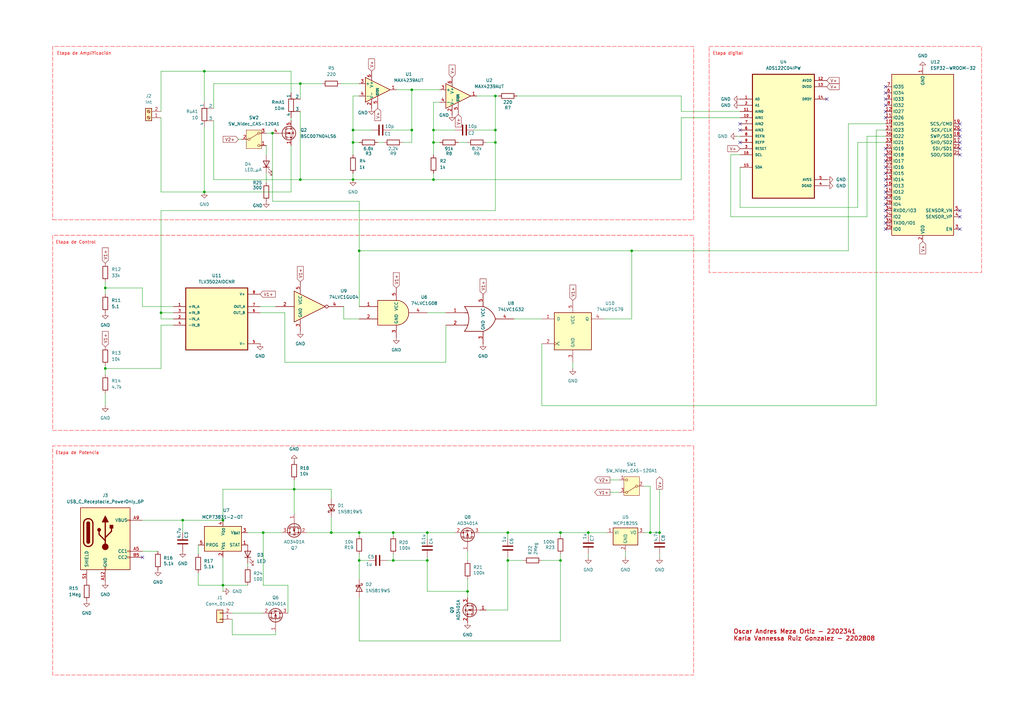
<source format=kicad_sch>
(kicad_sch (version 20250114) (generator "eeschema") (generator_version "9.0")
  (paper "A3")
  (title_block (title "Medidor de Corriente "))
  (lib_symbols
    (symbol "74xGxx:74AUP1G79" (pin_names (offset 1.016))
      (property "Reference" "U" (at -2.54 5.08 0))
      (property "Value" "74AUP1G79" (at 0 -5.08 0))
      (symbol "74AUP1G79_1_1"
        (pin input line (at -12.7 5.08 0) (length 5.08) (name "D") (number "1"))
        (pin input clock (at -12.7 -5.08 0) (length 5.08) (name "C") (number "2"))
        (pin power_in line (at 0 12.7 270) (length 5.08) (name "VCC") (number "5"))
        (pin power_in line (at 0 -12.7 90) (length 5.08) (name "GND") (number "3"))
        (pin output line (at 12.7 5.08 180) (length 5.08) (name "Q") (number "4"))
      )
    )
    (symbol "74xGxx:74LVC1G08"
      (property "Reference" "U" (at -5.08 7.62 0))
      (property "Value" "74LVC1G08" (at 7.62 -7.62 0))
      (symbol "74LVC1G08_1_1"
        (pin input line (at -15.24 2.54 0) (length 7.62) (name "~") (number "1"))
        (pin input line (at -15.24 -2.54 0) (length 7.62) (name "~") (number "2"))
        (pin power_in line (at 0 10.16 270) (length 5.08) (name "VCC") (number "5"))
        (pin power_in line (at 0 -10.16 90) (length 5.08) (name "GND") (number "3"))
        (pin output line (at 12.7 0 180) (length 7.62) (name "~") (number "4"))
      )
    )
    (symbol "74xGxx:74LVC1G32"
      (property "Reference" "U" (at -5.08 7.62 0))
      (property "Value" "74LVC1G32" (at 7.62 -7.62 0))
      (symbol "74LVC1G32_1_1"
        (pin input line (at -15.24 2.54 0) (length 7.62) (name "~") (number "1"))
        (pin input line (at -15.24 -2.54 0) (length 7.62) (name "~") (number "2"))
        (pin power_in line (at 0 10.16 270) (length 5.08) (name "VCC") (number "5"))
        (pin power_in line (at 0 -10.16 90) (length 5.08) (name "GND") (number "3"))
        (pin output line (at 12.7 0 180) (length 7.62) (name "~") (number "4"))
      )
    )
    (symbol "74xGxx:74LVC1GU04"
      (property "Reference" "U" (at -2.54 3.81 0))
      (property "Value" "74LVC1GU04" (at 0 -3.81 0))
      (symbol "74LVC1GU04_1_1"
        (pin input line (at -15.24 0 0) (length 7.62) (name "~") (number "2"))
        (pin power_in line (at -5.08 10.16 270) (length 5.08) (name "VCC") (number "5"))
        (pin power_in line (at -5.08 -10.16 90) (length 5.08) (name "GND") (number "3"))
        (pin output inverted (at 12.7 0 180) (length 7.62) (name "~") (number "4"))
      )
    )
    (symbol "ADS122C04IPW:ADS122C04IPW" (pin_names (offset 1.016))
      (property "Reference" "U" (at -12.7 26.4 0))
      (property "Value" "ADS122C04IPW" (at -12.7 -29.4 0))
      (symbol "ADS122C04IPW_0_0"
        (pin input line (at -17.78 15.24 0) (length 5.08) (name "A0") (number "1"))
        (pin input line (at -17.78 12.7 0) (length 5.08) (name "A1") (number "2"))
        (pin input line (at -17.78 10.16 0) (length 5.08) (name "AIN0") (number "11"))
        (pin input line (at -17.78 7.62 0) (length 5.08) (name "AIN1") (number "10"))
        (pin input line (at -17.78 5.08 0) (length 5.08) (name "AIN2") (number "7"))
        (pin input line (at -17.78 2.54 0) (length 5.08) (name "AIN3") (number "6"))
        (pin input line (at -17.78 0 0) (length 5.08) (name "REFN") (number "8"))
        (pin input line (at -17.78 -2.54 0) (length 5.08) (name "REFP") (number "9"))
        (pin input line (at -17.78 -5.08 0) (length 5.08) (name "RESET") (number "3"))
        (pin input line (at -17.78 -7.62 0) (length 5.08) (name "SCL") (number "16"))
        (pin bidirectional line (at -17.78 -12.7 0) (length 5.08) (name "SDA") (number "15"))
        (pin power_in line (at 17.78 22.86 180) (length 5.08) (name "AVDD") (number "12"))
        (pin power_in line (at 17.78 20.32 180) (length 5.08) (name "DVDD") (number "13"))
        (pin output line (at 17.78 15.24 180) (length 5.08) (name "DRDY") (number "14"))
        (pin power_in line (at 17.78 -17.78 180) (length 5.08) (name "AVSS") (number "5"))
        (pin power_in line (at 17.78 -20.32 180) (length 5.08) (name "DGND") (number "4"))
      )
    )
    (symbol "Amplifier_Operational:MAX4239AUT" (pin_names (offset 0.127))
      (property "Reference" "U" (at 0 6.35 0))
      (property "Value" "MAX4239AUT" (at 0 3.81 0))
      (symbol "MAX4239AUT_1_1"
        (pin input line (at -7.62 2.54 0) (length 2.54) (name "+") (number "3"))
        (pin input line (at -7.62 -2.54 0) (length 2.54) (name "-") (number "4"))
        (pin power_in line (at -2.54 7.62 270) (length 3.81) (name "V+") (number "6"))
        (pin power_in line (at -2.54 -7.62 90) (length 3.81) (name "V-") (number "2"))
        (pin input line (at 0 -7.62 90) (length 5.08) (name "~{SHDN}") (number "5"))
        (pin output line (at 7.62 0 180) (length 2.54) (name "~") (number "1"))
      )
    )
    (symbol "Battery_Management:MCP73831-2-OT"
      (property "Reference" "U" (at -7.62 6.35 0))
      (property "Value" "MCP73831-2-OT" (at 1.27 6.35 0))
      (symbol "MCP73831-2-OT_1_1"
        (pin input line (at -10.16 -2.54 0) (length 2.54) (name "PROG") (number "5"))
        (pin power_in line (at 0 7.62 270) (length 2.54) (name "V_{DD}") (number "4"))
        (pin power_in line (at 0 -7.62 90) (length 2.54) (name "V_{SS}") (number "2"))
        (pin power_out line (at 10.16 2.54 180) (length 2.54) (name "V_{BAT}") (number "3"))
        (pin tri_state line (at 10.16 -2.54 180) (length 2.54) (name "STAT") (number "1"))
      )
    )
    (symbol "Connector:Screw_Terminal_01x02" (pin_names (offset 1.016) (hide yes))
      (property "Reference" "J" (at 0 2.54 0))
      (property "Value" "Screw_Terminal_01x02" (at 0 -5.08 0))
      (symbol "Screw_Terminal_01x02_1_1"
        (pin passive line (at -5.08 0 0) (length 3.81) (name "Pin_1") (number "1"))
        (pin passive line (at -5.08 -2.54 0) (length 3.81) (name "Pin_2") (number "2"))
      )
    )
    (symbol "Connector:USB_C_Receptacle_PowerOnly_6P" (pin_names (offset 1.016))
      (property "Reference" "J" (at 0 16.51 0))
      (property "Value" "USB_C_Receptacle_PowerOnly_6P" (at 0 13.97 0))
      (symbol "USB_C_Receptacle_PowerOnly_6P_1_1"
        (pin passive line (at -7.62 -17.78 90) (length 5.08) (name "SHIELD") (number "S1"))
        (pin passive line (at 0 -17.78 90) (length 5.08) (name "GND") (number "A12"))
        (pin passive line (at 0 -17.78 90) (length 5.08) (hide yes) (name "GND") (number "B12"))
        (pin passive line (at 15.24 7.62 180) (length 5.08) (name "VBUS") (number "A9"))
        (pin passive line (at 15.24 7.62 180) (length 5.08) (hide yes) (name "VBUS") (number "B9"))
        (pin bidirectional line (at 15.24 -5.08 180) (length 5.08) (name "CC1") (number "A5"))
        (pin bidirectional line (at 15.24 -7.62 180) (length 5.08) (name "CC2") (number "B5"))
      )
    )
    (symbol "Connector_Generic:Conn_01x02" (pin_names (offset 1.016) (hide yes))
      (property "Reference" "J" (at 0 2.54 0))
      (property "Value" "Conn_01x02" (at 0 -5.08 0))
      (symbol "Conn_01x02_1_1"
        (pin passive line (at -5.08 0 0) (length 3.81) (name "Pin_1") (number "1"))
        (pin passive line (at -5.08 -2.54 0) (length 3.81) (name "Pin_2") (number "2"))
      )
    )
    (symbol "Device:C" (pin_numbers (hide yes)) (pin_names (offset 0.254))
      (property "Reference" "C" (at 0.635 2.54 0))
      (property "Value" "C" (at 0.635 -2.54 0))
      (symbol "C_1_1"
        (pin passive line (at 0 3.81 270) (length 2.794) (name "~") (number "1"))
        (pin passive line (at 0 -3.81 90) (length 2.794) (name "~") (number "2"))
      )
    )
    (symbol "Device:LED" (pin_numbers (hide yes)) (pin_names (offset 1.016) (hide yes))
      (property "Reference" "D" (at 0 2.54 0))
      (property "Value" "LED" (at 0 -2.54 0))
      (symbol "LED_1_1"
        (pin passive line (at -3.81 0 0) (length 2.54) (name "K") (number "1"))
        (pin passive line (at 3.81 0 180) (length 2.54) (name "A") (number "2"))
      )
    )
    (symbol "Device:R" (pin_numbers (hide yes)) (pin_names (offset 0))
      (property "Reference" "R" (at 2.032 0 90))
      (property "Value" "R" (at 0 0 90))
      (symbol "R_1_1"
        (pin passive line (at 0 3.81 270) (length 1.27) (name "~") (number "1"))
        (pin passive line (at 0 -3.81 90) (length 1.27) (name "~") (number "2"))
      )
    )
    (symbol "Device:R_Shunt" (pin_numbers (hide yes)) (pin_names (offset 0))
      (property "Reference" "R" (at -4.445 0 90))
      (property "Value" "R_Shunt" (at -2.54 0 90))
      (symbol "R_Shunt_1_1"
        (pin passive line (at 0 5.08 270) (length 2.54) (name "1") (number "1"))
        (pin passive line (at 0 -5.08 90) (length 2.54) (name "4") (number "4"))
        (pin passive line (at 3.81 2.54 180) (length 2.54) (name "2") (number "2"))
        (pin passive line (at 3.81 -2.54 180) (length 2.54) (name "3") (number "3"))
      )
    )
    (symbol "Diode:1N5819WS" (pin_numbers (hide yes)) (pin_names (offset 1.016) (hide yes))
      (property "Reference" "D" (at 0 2.54 0))
      (property "Value" "1N5819WS" (at 0 -2.54 0))
      (symbol "1N5819WS_1_1"
        (pin passive line (at -3.81 0 0) (length 2.54) (name "K") (number "1"))
        (pin passive line (at 3.81 0 180) (length 2.54) (name "A") (number "2"))
      )
    )
    (symbol "RF_Module:ESP32-WROOM-32"
      (property "Reference" "U" (at -12.7 34.29 0))
      (property "Value" "ESP32-WROOM-32" (at 1.27 34.29 0))
      (symbol "ESP32-WROOM-32_1_1"
        (pin input line (at -15.24 30.48 0) (length 2.54) (name "EN") (number "3"))
        (pin input line (at -15.24 25.4 0) (length 2.54) (name "SENSOR_VP") (number "4"))
        (pin input line (at -15.24 22.86 0) (length 2.54) (name "SENSOR_VN") (number "5"))
        (pin bidirectional line (at -15.24 0 0) (length 2.54) (name "SDO/SD0") (number "21"))
        (pin bidirectional line (at -15.24 -2.54 0) (length 2.54) (name "SDI/SD1") (number "22"))
        (pin bidirectional line (at -15.24 -5.08 0) (length 2.54) (name "SHD/SD2") (number "17"))
        (pin bidirectional line (at -15.24 -7.62 0) (length 2.54) (name "SWP/SD3") (number "18"))
        (pin bidirectional line (at -15.24 -10.16 0) (length 2.54) (name "SCK/CLK") (number "20"))
        (pin bidirectional line (at -15.24 -12.7 0) (length 2.54) (name "SCS/CMD") (number "19"))
        (pin no_connect line (at -12.7 -27.94 0) (length 2.54) (hide yes) (name "NC") (number "32"))
        (pin power_in line (at 0 35.56 270) (length 2.54) (name "VDD") (number "2"))
        (pin power_in line (at 0 -35.56 90) (length 2.54) (name "GND") (number "1"))
        (pin passive line (at 0 -35.56 90) (length 2.54) (hide yes) (name "GND") (number "15"))
        (pin passive line (at 0 -35.56 90) (length 2.54) (hide yes) (name "GND") (number "38"))
        (pin passive line (at 0 -35.56 90) (length 2.54) (hide yes) (name "GND") (number "39"))
        (pin bidirectional line (at 15.24 30.48 180) (length 2.54) (name "IO0") (number "25"))
        (pin bidirectional line (at 15.24 27.94 180) (length 2.54) (name "TXD0/IO1") (number "35"))
        (pin bidirectional line (at 15.24 25.4 180) (length 2.54) (name "IO2") (number "24"))
        (pin bidirectional line (at 15.24 22.86 180) (length 2.54) (name "RXD0/IO3") (number "34"))
        (pin bidirectional line (at 15.24 20.32 180) (length 2.54) (name "IO4") (number "26"))
        (pin bidirectional line (at 15.24 17.78 180) (length 2.54) (name "IO5") (number "29"))
        (pin bidirectional line (at 15.24 15.24 180) (length 2.54) (name "IO12") (number "14"))
        (pin bidirectional line (at 15.24 12.7 180) (length 2.54) (name "IO13") (number "16"))
        (pin bidirectional line (at 15.24 10.16 180) (length 2.54) (name "IO14") (number "13"))
        (pin bidirectional line (at 15.24 7.62 180) (length 2.54) (name "IO15") (number "23"))
        (pin bidirectional line (at 15.24 5.08 180) (length 2.54) (name "IO16") (number "27"))
        (pin bidirectional line (at 15.24 2.54 180) (length 2.54) (name "IO17") (number "28"))
        (pin bidirectional line (at 15.24 0 180) (length 2.54) (name "IO18") (number "30"))
        (pin bidirectional line (at 15.24 -2.54 180) (length 2.54) (name "IO19") (number "31"))
        (pin bidirectional line (at 15.24 -5.08 180) (length 2.54) (name "IO21") (number "33"))
        (pin bidirectional line (at 15.24 -7.62 180) (length 2.54) (name "IO22") (number "36"))
        (pin bidirectional line (at 15.24 -10.16 180) (length 2.54) (name "IO23") (number "37"))
        (pin bidirectional line (at 15.24 -12.7 180) (length 2.54) (name "IO25") (number "10"))
        (pin bidirectional line (at 15.24 -15.24 180) (length 2.54) (name "IO26") (number "11"))
        (pin bidirectional line (at 15.24 -17.78 180) (length 2.54) (name "IO27") (number "12"))
        (pin bidirectional line (at 15.24 -20.32 180) (length 2.54) (name "IO32") (number "8"))
        (pin bidirectional line (at 15.24 -22.86 180) (length 2.54) (name "IO33") (number "9"))
        (pin input line (at 15.24 -25.4 180) (length 2.54) (name "IO34") (number "6"))
        (pin input line (at 15.24 -27.94 180) (length 2.54) (name "IO35") (number "7"))
      )
    )
    (symbol "Regulator_Linear:MCP1825S"
      (property "Reference" "U" (at -3.81 3.175 0))
      (property "Value" "MCP1825S" (at 0 3.175 0))
      (symbol "MCP1825S_1_1"
        (pin power_in line (at -7.62 0 0) (length 2.54) (name "VI") (number "1"))
        (pin power_in line (at 0 -7.62 90) (length 2.54) (name "GND") (number "2"))
        (pin power_out line (at 7.62 0 180) (length 2.54) (name "VO") (number "3"))
      )
    )
    (symbol "Switch:SW_Nidec_CAS-120A1" (pin_names (offset 1) (hide yes))
      (property "Reference" "SW" (at 0 4.318 0))
      (property "Value" "SW_Nidec_CAS-120A1" (at 0 -5.08 0))
      (symbol "SW_Nidec_CAS-120A1_1_1"
        (pin passive line (at -5.08 0 0) (length 2.54) (name "B") (number "2"))
        (pin passive line (at 5.08 2.54 180) (length 2.54) (name "A") (number "3"))
        (pin passive line (at 5.08 -2.54 180) (length 2.54) (name "C") (number "1"))
      )
    )
    (symbol "TLV3502AIDCNR:TLV3502AIDCNR" (pin_names (offset 1.016))
      (property "Reference" "U" (at -12.7 13.7 0))
      (property "Value" "TLV3502AIDCNR" (at -12.7 -16.7 0))
      (symbol "TLV3502AIDCNR_0_0"
        (pin input line (at -17.78 5.08 0) (length 5.08) (name "+IN_A") (number "1"))
        (pin input line (at -17.78 2.54 0) (length 5.08) (name "+IN_B") (number "3"))
        (pin input line (at -17.78 0 0) (length 5.08) (name "-IN_A") (number "2"))
        (pin input line (at -17.78 -2.54 0) (length 5.08) (name "-IN_B") (number "4"))
        (pin power_in line (at 17.78 10.16 180) (length 5.08) (name "V+") (number "8"))
        (pin output line (at 17.78 5.08 180) (length 5.08) (name "OUT_A") (number "7"))
        (pin output line (at 17.78 2.54 180) (length 5.08) (name "OUT_B") (number "6"))
        (pin power_in line (at 17.78 -10.16 180) (length 5.08) (name "V-") (number "5"))
      )
    )
    (symbol "Transistor_FET:AO3401A" (pin_names (hide yes))
      (property "Reference" "Q" (at 5.08 1.905 0))
      (property "Value" "AO3401A" (at 5.08 0 0))
      (symbol "AO3401A_1_1"
        (pin input line (at -5.08 0 0) (length 2.54) (name "G") (number "1"))
        (pin passive line (at 2.54 5.08 270) (length 2.54) (name "D") (number "3"))
        (pin passive line (at 2.54 -5.08 90) (length 2.54) (name "S") (number "2"))
      )
    )
    (symbol "Transistor_FET:BSC026N08NS5" (pin_names (hide yes))
      (property "Reference" "Q" (at 5.08 1.905 0))
      (property "Value" "BSC026N08NS5" (at 5.08 0 0))
      (symbol "BSC026N08NS5_1_1"
        (pin passive line (at -5.08 0 0) (length 2.54) (name "G") (number "4"))
        (pin passive line (at 2.54 5.08 270) (length 2.54) (name "D") (number "5"))
        (pin passive line (at 2.54 -5.08 90) (length 2.54) (name "S") (number "1"))
        (pin passive line (at 2.54 -5.08 90) (length 2.54) (hide yes) (name "S") (number "2"))
        (pin passive line (at 2.54 -5.08 90) (length 2.54) (hide yes) (name "S") (number "3"))
      )
    )
    (symbol "power:GND" (power) (pin_numbers (hide yes)) (pin_names (offset 0) (hide yes))
      (property "Value" "GND" (at 0 -3.81 0))
      (symbol "GND_1_1"
        (pin power_in line (at 0 0 270) (length 0) (name "~") (number "1"))
      )
    )
  )
  (text "Oscar Andres Meza Ortiz - 2202341\nKarla Vannessa Ruiz Gonzalez - 2202808" (at 300.736 260.604 0) (effects (font (size 1.778 1.778) (thickness 0.3048) (bold yes)) (justify left)))
  (junction (at 161.29 218.44))
  (junction (at 144.78 73.66))
  (junction (at 175.26 218.44))
  (junction (at 203.2 39.37))
  (junction (at 177.8 58.42))
  (junction (at 175.26 229.87))
  (junction (at 161.29 229.87))
  (junction (at 135.89 218.44))
  (junction (at 74.93 213.36))
  (junction (at 203.2 58.42))
  (junction (at 123.19 73.66))
  (junction (at 147.32 229.87))
  (junction (at 66.04 128.27))
  (junction (at 147.32 218.44))
  (junction (at 91.44 240.03))
  (junction (at 147.32 102.87))
  (junction (at 168.91 36.83))
  (junction (at 144.78 53.34))
  (junction (at 177.8 73.66))
  (junction (at 229.87 218.44))
  (junction (at 107.95 218.44))
  (junction (at 241.3 218.44))
  (junction (at 83.82 29.21))
  (junction (at 43.18 118.11))
  (junction (at 203.2 53.34))
  (junction (at 111.76 54.61))
  (junction (at 144.78 58.42))
  (junction (at 43.18 151.13))
  (junction (at 259.08 102.87))
  (junction (at 270.51 218.44))
  (junction (at 229.87 229.87))
  (junction (at 91.44 213.36))
  (junction (at 208.28 218.44))
  (junction (at 123.19 34.29))
  (junction (at 177.8 53.34))
  (junction (at 120.65 200.66))
  (junction (at 83.82 78.74))
  (junction (at 168.91 53.34))
  (junction (at 191.77 242.57))
  (junction (at 266.7 218.44))
  (junction (at 208.28 229.87))
  (no_connect (at 363.22 40.64))
  (no_connect (at 363.22 91.44))
  (no_connect (at 393.7 93.98))
  (no_connect (at 393.7 53.34))
  (no_connect (at 393.7 60.96))
  (no_connect (at 393.7 63.5))
  (no_connect (at 363.22 81.28))
  (no_connect (at 393.7 58.42))
  (no_connect (at 363.22 78.74))
  (no_connect (at 393.7 88.9))
  (no_connect (at 363.22 45.72))
  (no_connect (at 393.7 50.8))
  (no_connect (at 363.22 83.82))
  (no_connect (at 363.22 88.9))
  (no_connect (at 363.22 38.1))
  (no_connect (at 363.22 86.36))
  (no_connect (at 363.22 66.04))
  (no_connect (at 303.53 58.42))
  (no_connect (at 393.7 86.36))
  (no_connect (at 303.53 53.34))
  (no_connect (at 393.7 55.88))
  (no_connect (at 363.22 43.18))
  (no_connect (at 363.22 68.58))
  (no_connect (at 363.22 60.96))
  (no_connect (at 363.22 35.56))
  (no_connect (at 339.09 40.64))
  (no_connect (at 363.22 63.5))
  (no_connect (at 363.22 76.2))
  (no_connect (at 363.22 93.98))
  (no_connect (at 58.42 228.6))
  (no_connect (at 363.22 48.26))
  (no_connect (at 303.53 50.8))
  (no_connect (at 363.22 73.66))
  (no_connect (at 363.22 71.12))
  (wire (pts (xy 259.08 102.87) (xy 259.08 130.81)))
  (wire (pts (xy 87.63 44.45) (xy 87.63 34.29)))
  (wire (pts (xy 270.51 228.6) (xy 270.51 227.33)))
  (wire (pts (xy 91.44 200.66) (xy 91.44 213.36)))
  (wire (pts (xy 147.32 227.33) (xy 147.32 229.87)))
  (wire (pts (xy 351.79 58.42) (xy 363.22 58.42)))
  (wire (pts (xy 91.44 200.66) (xy 120.65 200.66)))
  (wire (pts (xy 264.16 199.39) (xy 266.7 199.39)))
  (wire (pts (xy 113.03 260.35) (xy 113.03 259.08)))
  (wire (pts (xy 210.82 130.81) (xy 222.25 130.81)))
  (wire (pts (xy 199.39 58.42) (xy 203.2 58.42)))
  (wire (pts (xy 161.29 218.44) (xy 175.26 218.44)))
  (wire (pts (xy 222.25 140.97) (xy 222.25 166.37)))
  (wire (pts (xy 66.04 151.13) (xy 43.18 151.13)))
  (wire (pts (xy 66.04 29.21) (xy 83.82 29.21)))
  (wire (pts (xy 254 201.93) (xy 250.19 201.93)))
  (wire (pts (xy 175.26 229.87) (xy 175.26 228.6)))
  (wire (pts (xy 203.2 58.42) (xy 203.2 86.36)))
  (wire (pts (xy 66.04 48.26) (xy 66.04 78.74)))
  (wire (pts (xy 250.19 196.85) (xy 254 196.85)))
  (wire (pts (xy 118.11 240.03) (xy 107.95 240.03)))
  (wire (pts (xy 87.63 49.53) (xy 87.63 73.66)))
  (wire (pts (xy 355.6 55.88) (xy 363.22 55.88)))
  (wire (pts (xy 234.95 148.59) (xy 234.95 151.13)))
  (wire (pts (xy 158.75 229.87) (xy 161.29 229.87)))
  (wire (pts (xy 109.22 71.12) (xy 109.22 74.93)))
  (wire (pts (xy 208.28 250.19) (xy 208.28 229.87)))
  (wire (pts (xy 194.31 53.34) (xy 203.2 53.34)))
  (wire (pts (xy 91.44 228.6) (xy 91.44 240.03)))
  (wire (pts (xy 101.6 231.14) (xy 101.6 232.41)))
  (wire (pts (xy 95.25 251.46) (xy 107.95 251.46)))
  (wire (pts (xy 302.26 55.88) (xy 303.53 55.88)))
  (wire (pts (xy 135.89 218.44) (xy 135.89 212.09)))
  (wire (pts (xy 135.89 218.44) (xy 147.32 218.44)))
  (wire (pts (xy 241.3 227.33) (xy 241.3 228.6)))
  (wire (pts (xy 87.63 73.66) (xy 123.19 73.66)))
  (wire (pts (xy 177.8 53.34) (xy 177.8 58.42)))
  (wire (pts (xy 111.76 82.55) (xy 147.32 82.55)))
  (wire (pts (xy 43.18 149.86) (xy 43.18 151.13)))
  (wire (pts (xy 299.72 88.9) (xy 355.6 88.9)))
  (wire (pts (xy 229.87 229.87) (xy 229.87 262.89)))
  (wire (pts (xy 119.38 29.21) (xy 119.38 38.1)))
  (wire (pts (xy 161.29 219.71) (xy 161.29 218.44)))
  (wire (pts (xy 43.18 118.11) (xy 43.18 120.65)))
  (wire (pts (xy 81.28 234.95) (xy 81.28 240.03)))
  (wire (pts (xy 147.32 219.71) (xy 147.32 218.44)))
  (wire (pts (xy 66.04 86.36) (xy 203.2 86.36)))
  (wire (pts (xy 83.82 29.21) (xy 83.82 41.91)))
  (wire (pts (xy 279.4 39.37) (xy 212.09 39.37)))
  (wire (pts (xy 351.79 85.09) (xy 351.79 58.42)))
  (wire (pts (xy 147.32 245.11) (xy 147.32 262.89)))
  (wire (pts (xy 91.44 240.03) (xy 101.6 240.03)))
  (wire (pts (xy 175.26 128.27) (xy 182.88 128.27)))
  (wire (pts (xy 229.87 219.71) (xy 229.87 218.44)))
  (wire (pts (xy 116.84 128.27) (xy 116.84 148.59)))
  (wire (pts (xy 144.78 58.42) (xy 147.32 58.42)))
  (wire (pts (xy 109.22 59.69) (xy 109.22 63.5)))
  (wire (pts (xy 175.26 229.87) (xy 175.26 242.57)))
  (wire (pts (xy 91.44 242.57) (xy 91.44 240.03)))
  (wire (pts (xy 140.97 130.81) (xy 147.32 130.81)))
  (wire (pts (xy 229.87 227.33) (xy 229.87 229.87)))
  (wire (pts (xy 99.06 57.15) (xy 97.79 57.15)))
  (wire (pts (xy 359.41 53.34) (xy 363.22 53.34)))
  (wire (pts (xy 116.84 148.59) (xy 182.88 148.59)))
  (wire (pts (xy 144.78 73.66) (xy 177.8 73.66)))
  (wire (pts (xy 147.32 102.87) (xy 147.32 125.73)))
  (wire (pts (xy 203.2 53.34) (xy 203.2 58.42)))
  (wire (pts (xy 109.22 54.61) (xy 111.76 54.61)))
  (wire (pts (xy 195.58 39.37) (xy 203.2 39.37)))
  (wire (pts (xy 161.29 227.33) (xy 161.29 229.87)))
  (wire (pts (xy 95.25 254) (xy 95.25 260.35)))
  (wire (pts (xy 196.85 218.44) (xy 208.28 218.44)))
  (wire (pts (xy 168.91 36.83) (xy 180.34 36.83)))
  (wire (pts (xy 43.18 118.11) (xy 58.42 118.11)))
  (wire (pts (xy 139.7 34.29) (xy 147.32 34.29)))
  (wire (pts (xy 347.98 50.8) (xy 363.22 50.8)))
  (wire (pts (xy 107.95 218.44) (xy 115.57 218.44)))
  (wire (pts (xy 160.02 53.34) (xy 168.91 53.34)))
  (wire (pts (xy 144.78 53.34) (xy 152.4 53.34)))
  (wire (pts (xy 74.93 213.36) (xy 91.44 213.36)))
  (wire (pts (xy 191.77 242.57) (xy 191.77 245.11)))
  (wire (pts (xy 119.38 48.26) (xy 119.38 49.53)))
  (wire (pts (xy 120.65 196.85) (xy 120.65 200.66)))
  (wire (pts (xy 187.96 58.42) (xy 191.77 58.42)))
  (wire (pts (xy 241.3 218.44) (xy 248.92 218.44)))
  (wire (pts (xy 203.2 39.37) (xy 203.2 53.34)))
  (wire (pts (xy 81.28 240.03) (xy 91.44 240.03)))
  (wire (pts (xy 43.18 115.57) (xy 43.18 118.11)))
  (wire (pts (xy 355.6 88.9) (xy 355.6 55.88)))
  (wire (pts (xy 66.04 86.36) (xy 66.04 128.27)))
  (wire (pts (xy 347.98 102.87) (xy 347.98 50.8)))
  (wire (pts (xy 168.91 36.83) (xy 168.91 53.34)))
  (wire (pts (xy 66.04 78.74) (xy 83.82 78.74)))
  (wire (pts (xy 87.63 34.29) (xy 123.19 34.29)))
  (wire (pts (xy 303.53 68.58) (xy 303.53 85.09)))
  (wire (pts (xy 208.28 218.44) (xy 229.87 218.44)))
  (wire (pts (xy 162.56 36.83) (xy 168.91 36.83)))
  (wire (pts (xy 147.32 39.37) (xy 144.78 39.37)))
  (wire (pts (xy 299.72 63.5) (xy 299.72 88.9)))
  (wire (pts (xy 266.7 199.39) (xy 266.7 218.44)))
  (wire (pts (xy 177.8 71.12) (xy 177.8 73.66)))
  (wire (pts (xy 123.19 34.29) (xy 123.19 40.64)))
  (wire (pts (xy 147.32 229.87) (xy 147.32 237.49)))
  (wire (pts (xy 175.26 242.57) (xy 191.77 242.57)))
  (wire (pts (xy 259.08 102.87) (xy 347.98 102.87)))
  (wire (pts (xy 154.94 58.42) (xy 157.48 58.42)))
  (wire (pts (xy 83.82 78.74) (xy 119.38 78.74)))
  (wire (pts (xy 123.19 34.29) (xy 132.08 34.29)))
  (wire (pts (xy 58.42 213.36) (xy 74.93 213.36)))
  (wire (pts (xy 58.42 125.73) (xy 58.42 118.11)))
  (wire (pts (xy 191.77 237.49) (xy 191.77 242.57)))
  (wire (pts (xy 182.88 133.35) (xy 182.88 148.59)))
  (wire (pts (xy 177.8 58.42) (xy 177.8 63.5)))
  (wire (pts (xy 144.78 58.42) (xy 144.78 63.5)))
  (wire (pts (xy 359.41 166.37) (xy 359.41 53.34)))
  (wire (pts (xy 279.4 45.72) (xy 279.4 39.37)))
  (wire (pts (xy 106.68 128.27) (xy 116.84 128.27)))
  (wire (pts (xy 71.12 125.73) (xy 58.42 125.73)))
  (wire (pts (xy 66.04 128.27) (xy 71.12 128.27)))
  (wire (pts (xy 120.65 210.82) (xy 120.65 200.66)))
  (wire (pts (xy 106.68 125.73) (xy 113.03 125.73)))
  (wire (pts (xy 270.51 200.66) (xy 270.51 218.44)))
  (wire (pts (xy 177.8 41.91) (xy 177.8 53.34)))
  (wire (pts (xy 279.4 45.72) (xy 303.53 45.72)))
  (wire (pts (xy 303.53 63.5) (xy 299.72 63.5)))
  (wire (pts (xy 177.8 53.34) (xy 186.69 53.34)))
  (wire (pts (xy 119.38 59.69) (xy 119.38 78.74)))
  (wire (pts (xy 208.28 220.98) (xy 208.28 218.44)))
  (wire (pts (xy 147.32 82.55) (xy 147.32 102.87)))
  (wire (pts (xy 123.19 45.72) (xy 123.19 73.66)))
  (wire (pts (xy 222.25 229.87) (xy 229.87 229.87)))
  (wire (pts (xy 203.2 39.37) (xy 204.47 39.37)))
  (wire (pts (xy 180.34 41.91) (xy 177.8 41.91)))
  (wire (pts (xy 71.12 130.81) (xy 66.04 130.81)))
  (wire (pts (xy 81.28 227.33) (xy 81.28 223.52)))
  (wire (pts (xy 95.25 260.35) (xy 113.03 260.35)))
  (wire (pts (xy 66.04 29.21) (xy 66.04 45.72)))
  (wire (pts (xy 151.13 229.87) (xy 147.32 229.87)))
  (wire (pts (xy 264.16 218.44) (xy 266.7 218.44)))
  (wire (pts (xy 168.91 53.34) (xy 168.91 58.42)))
  (wire (pts (xy 266.7 218.44) (xy 270.51 218.44)))
  (wire (pts (xy 120.65 200.66) (xy 135.89 200.66)))
  (wire (pts (xy 199.39 250.19) (xy 208.28 250.19)))
  (wire (pts (xy 123.19 73.66) (xy 144.78 73.66)))
  (wire (pts (xy 241.3 219.71) (xy 241.3 218.44)))
  (wire (pts (xy 144.78 71.12) (xy 144.78 73.66)))
  (wire (pts (xy 83.82 52.07) (xy 83.82 78.74)))
  (wire (pts (xy 140.97 125.73) (xy 140.97 130.81)))
  (wire (pts (xy 177.8 58.42) (xy 180.34 58.42)))
  (wire (pts (xy 222.25 166.37) (xy 359.41 166.37)))
  (wire (pts (xy 161.29 229.87) (xy 175.26 229.87)))
  (wire (pts (xy 111.76 54.61) (xy 111.76 82.55)))
  (wire (pts (xy 247.65 130.81) (xy 259.08 130.81)))
  (wire (pts (xy 83.82 29.21) (xy 119.38 29.21)))
  (wire (pts (xy 270.51 219.71) (xy 270.51 218.44)))
  (wire (pts (xy 135.89 200.66) (xy 135.89 204.47)))
  (wire (pts (xy 229.87 218.44) (xy 241.3 218.44)))
  (wire (pts (xy 165.1 58.42) (xy 168.91 58.42)))
  (wire (pts (xy 229.87 262.89) (xy 147.32 262.89)))
  (wire (pts (xy 144.78 53.34) (xy 144.78 58.42)))
  (wire (pts (xy 71.12 133.35) (xy 66.04 133.35)))
  (wire (pts (xy 66.04 128.27) (xy 66.04 130.81)))
  (wire (pts (xy 147.32 102.87) (xy 259.08 102.87)))
  (wire (pts (xy 303.53 85.09) (xy 351.79 85.09)))
  (wire (pts (xy 43.18 166.37) (xy 43.18 161.29)))
  (wire (pts (xy 147.32 218.44) (xy 161.29 218.44)))
  (wire (pts (xy 107.95 240.03) (xy 107.95 218.44)))
  (wire (pts (xy 118.11 251.46) (xy 118.11 240.03)))
  (wire (pts (xy 101.6 218.44) (xy 107.95 218.44)))
  (wire (pts (xy 208.28 229.87) (xy 208.28 228.6)))
  (wire (pts (xy 43.18 151.13) (xy 43.18 153.67)))
  (wire (pts (xy 144.78 39.37) (xy 144.78 53.34)))
  (wire (pts (xy 279.4 48.26) (xy 303.53 48.26)))
  (wire (pts (xy 175.26 218.44) (xy 186.69 218.44)))
  (wire (pts (xy 125.73 218.44) (xy 135.89 218.44)))
  (wire (pts (xy 58.42 226.06) (xy 64.77 226.06)))
  (wire (pts (xy 208.28 229.87) (xy 214.63 229.87)))
  (wire (pts (xy 66.04 133.35) (xy 66.04 151.13)))
  (wire (pts (xy 191.77 226.06) (xy 191.77 229.87)))
  (wire (pts (xy 177.8 73.66) (xy 279.4 73.66)))
  (wire (pts (xy 74.93 218.44) (xy 74.93 213.36)))
  (wire (pts (xy 175.26 220.98) (xy 175.26 218.44)))
  (wire (pts (xy 279.4 73.66) (xy 279.4 48.26)))
  (wire (pts (xy 256.54 228.6) (xy 256.54 226.06)))
  (label "Etapa de Control" (at 39.37 100.33 180))
  (label "Etapa de Amplificación" (at 45.72 22.86 180))
  (label "Etapa digital" (at 304.8 22.86 180))
  (label "Etapa de Potencia" (at 40.64 186.69 180))
  (global_label "V1+" (shape input) (at 43.18 107.95 90) (property "Intersheetrefs" "${INTERSHEET_REFS}" (effects (hide yes))))
  (global_label "V+" (shape input) (at 303.53 60.96 180) (property "Intersheetrefs" "${INTERSHEET_REFS}" (effects (hide yes))))
  (global_label "V1+" (shape input) (at 198.12 120.65 90) (property "Intersheetrefs" "${INTERSHEET_REFS}" (effects (hide yes))))
  (global_label "V+" (shape input) (at 187.96 46.99 270) (property "Intersheetrefs" "${INTERSHEET_REFS}" (effects (hide yes))))
  (global_label "V1+" (shape input) (at 106.68 120.65 0) (property "Intersheetrefs" "${INTERSHEET_REFS}" (effects (hide yes))))
  (global_label "V+" (shape output) (at 270.51 200.66 90) (property "Intersheetrefs" "${INTERSHEET_REFS}" (effects (hide yes))))
  (global_label "V1+" (shape input) (at 162.56 118.11 90) (property "Intersheetrefs" "${INTERSHEET_REFS}" (effects (hide yes))))
  (global_label "V+" (shape input) (at 378.46 99.06 270) (property "Intersheetrefs" "${INTERSHEET_REFS}" (effects (hide yes))))
  (global_label "V+" (shape input) (at 339.09 35.56 0) (property "Intersheetrefs" "${INTERSHEET_REFS}" (effects (hide yes))))
  (global_label "V+" (shape input) (at 185.42 31.75 90) (property "Intersheetrefs" "${INTERSHEET_REFS}" (effects (hide yes))))
  (global_label "V2+" (shape output) (at 250.19 196.85 180) (property "Intersheetrefs" "${INTERSHEET_REFS}" (effects (hide yes))))
  (global_label "V+" (shape input) (at 154.94 44.45 270) (property "Intersheetrefs" "${INTERSHEET_REFS}" (effects (hide yes))))
  (global_label "V+" (shape input) (at 339.09 33.02 0) (property "Intersheetrefs" "${INTERSHEET_REFS}" (effects (hide yes))))
  (global_label "V1+" (shape input) (at 43.18 142.24 90) (property "Intersheetrefs" "${INTERSHEET_REFS}" (effects (hide yes))))
  (global_label "V1+" (shape output) (at 250.19 201.93 180) (property "Intersheetrefs" "${INTERSHEET_REFS}" (effects (hide yes))))
  (global_label "V1+" (shape input) (at 123.19 115.57 90) (property "Intersheetrefs" "${INTERSHEET_REFS}" (effects (hide yes))))
  (global_label "V+" (shape input) (at 152.4 29.21 90) (property "Intersheetrefs" "${INTERSHEET_REFS}" (effects (hide yes))))
  (global_label "V2+" (shape input) (at 97.79 57.15 180) (property "Intersheetrefs" "${INTERSHEET_REFS}" (effects (hide yes))))
  (global_label "V1+" (shape input) (at 234.95 123.19 90) (property "Intersheetrefs" "${INTERSHEET_REFS}" (effects (hide yes))))
  (rule_area (polyline (pts (xy 284.48 182.88) (xy 284.48 276.86) (xy 21.59 276.86) (xy 21.59 182.88)) (stroke (width 0) (type dash))))
  (rule_area (polyline (pts (xy 21.59 90.17) (xy 284.48 90.17) (xy 284.48 19.05) (xy 21.59 19.05)) (stroke (width 0) (type dash))))
  (rule_area (polyline (pts (xy 21.59 176.53) (xy 284.48 176.53) (xy 284.48 96.52) (xy 21.59 96.52)) (stroke (width 0) (type dash))))
  (rule_area (polyline (pts (xy 290.83 19.05) (xy 402.59 19.05) (xy 402.59 111.76) (xy 290.83 111.76)) (stroke (width 0) (type dash))))
  (symbol (lib_id "Device:C") (at 74.93 222.25 180) (unit 1)
    (property "Reference" "C3" (at 76.454 219.456 90))
    (property "Value" "4.7u" (at 73.406 218.694 90))
    (property "Footprint" "Capacitor_SMD:C_0201_0603Metric" (effects (hide yes)))
    (property "Description" "Unpolarized capacitor" (effects (hide yes)))
  )
  (symbol (lib_id "Device:C") (at 241.3 223.52 180) (unit 1)
    (property "Reference" "C7" (at 242.824 220.726 90))
    (property "Value" "1u" (at 239.776 219.964 90))
    (property "Footprint" "Capacitor_SMD:C_0201_0603Metric" (effects (hide yes)))
    (property "Description" "Unpolarized capacitor" (effects (hide yes)))
  )
  (symbol (lib_id "Device:R") (at 43.18 124.46 0) (unit 1)
    (property "Reference" "R11" (at 45.72 123.1899 0) (effects (justify left)))
    (property "Value" "5.1" (at 45.72 125.7299 0) (effects (justify left)))
    (property "Footprint" "Resistor_SMD:R_1206_3216Metric" (effects (hide yes)))
    (property "Description" "Resistor" (effects (hide yes)))
  )
  (symbol (lib_id "Device:R") (at 35.56 242.57 0) (unit 1)
    (property "Reference" "R15" (at 28.194 241.3 0) (effects (justify left)))
    (property "Value" "1Meg" (at 28.194 243.84 0) (effects (justify left)))
    (property "Footprint" "Resistor_SMD:R_1206_3216Metric" (effects (hide yes)))
    (property "Description" "Resistor" (effects (hide yes)))
  )
  (symbol (lib_id "Amplifier_Operational:MAX4239AUT") (at 154.94 36.83 0) (unit 1)
    (property "Reference" "U1" (at 167.64 30.4098 0))
    (property "Value" "MAX4239AUT" (at 167.64 32.9498 0))
    (property "Footprint" "Package_TO_SOT_SMD:SOT-23-6" (effects (hide yes)))
    (property "Datasheet" "http://datasheets.maximintegrated.com/en/ds/MAX4238-MAX4239.pdf" (effects (hide yes)))
    (property "Description" "Ultra-Low Offset/Drift, Low-Noise, Precision Amplifiers, SOT-23-6" (effects (hide yes)))
  )
  (symbol (lib_id "power:GND") (at 144.78 73.66 0) (unit 1)
    (property "Reference" "#PWR027" (effects (hide yes)))
    (property "Value" "GND" (at 144.78 78.74 0))
    (property "Description" "Power symbol creates a global label with name \"GND\" , ground" (effects (hide yes)))
  )
  (symbol (lib_id "Device:R") (at 161.29 223.52 0) (unit 1)
    (property "Reference" "R20" (at 163.576 222.504 0) (effects (justify left)))
    (property "Value" "100k" (at 163.576 224.79 0) (effects (justify left)))
    (property "Footprint" "Resistor_SMD:R_1206_3216Metric" (effects (hide yes)))
    (property "Description" "Resistor" (effects (hide yes)))
  )
  (symbol (lib_id "power:GND") (at 302.26 55.88 270) (unit 1)
    (property "Reference" "#PWR07" (effects (hide yes)))
    (property "Value" "GND" (at 298.45 55.8799 90) (effects (justify right)))
    (property "Description" "Power symbol creates a global label with name \"GND\" , ground" (effects (hide yes)))
  )
  (symbol (lib_id "power:GND") (at 43.18 166.37 0) (unit 1)
    (property "Reference" "#PWR06" (effects (hide yes)))
    (property "Value" "GND" (at 43.18 171.45 0))
    (property "Description" "Power symbol creates a global label with name \"GND\" , ground" (effects (hide yes)))
  )
  (symbol (lib_id "74xGxx:74LVC1G32") (at 198.12 130.81 0) (unit 1)
    (property "Reference" "U8" (at 209.55 124.3898 0))
    (property "Value" "74LVC1G32" (at 209.55 126.9298 0))
    (property "Footprint" "Package_TO_SOT_SMD:SOT-23-5" (effects (hide yes)))
    (property "Datasheet" "http://www.ti.com/lit/sg/scyt129e/scyt129e.pdf" (effects (hide yes)))
    (property "Description" "Single OR Gate, Low-Voltage CMOS" (effects (hide yes)))
  )
  (symbol (lib_id "Device:R") (at 177.8 67.31 0) (unit 1)
    (property "Reference" "R2" (at 180.34 66.0399 0) (effects (justify left)))
    (property "Value" "1k" (at 180.34 68.5799 0) (effects (justify left)))
    (property "Footprint" "Resistor_SMD:R_1206_3216Metric" (effects (hide yes)))
    (property "Description" "Resistor" (effects (hide yes)))
  )
  (symbol (lib_id "Connector:USB_C_Receptacle_PowerOnly_6P") (at 43.18 220.98 0) (unit 1)
    (property "Reference" "J3" (at 43.18 203.2 0))
    (property "Value" "USB_C_Receptacle_PowerOnly_6P" (at 43.18 205.74 0))
    (property "Footprint" "Connector_USB:USB_C_Receptacle_GCT_USB4125-xx-x-0190_6P_TopMnt_Horizontal" (effects (hide yes)))
    (property "Datasheet" "https://www.usb.org/sites/default/files/documents/usb_type-c.zip" (effects (hide yes)))
    (property "Description" "USB Power-Only 6P Type-C Receptacle connector" (effects (hide yes)))
  )
  (symbol (lib_id "RF_Module:ESP32-WROOM-32") (at 378.46 63.5 180) (unit 1)
    (property "Reference" "U12" (at 381.5781 25.4 0) (effects (justify right)))
    (property "Value" "ESP32-WROOM-32" (at 381.5781 27.94 0) (effects (justify right)))
    (property "Footprint" "RF_Module:ESP32-WROOM-32" (effects (hide yes)))
    (property "Datasheet" "https://www.espressif.com/sites/default/files/documentation/esp32-wroom-32_datasheet_en.pdf" (effects (hide yes)))
    (property "Description" "RF Module, ESP32-D0WDQ6 SoC, Wi-Fi 802.11b/g/n, Bluetooth, BLE, 32-bit, 2.7-3.6V, onboard antenna, SMD" (effects (hide yes)))
  )
  (symbol (lib_id "Regulator_Linear:MCP1825S") (at 256.54 218.44 0) (unit 1)
    (property "Reference" "U5" (at 256.54 212.09 0))
    (property "Value" "MCP1825S" (at 256.54 214.63 0))
    (property "Footprint" "Package_TO_SOT_SMD:SOT-323_SC-70" (effects (hide yes)))
    (property "Datasheet" "http://ww1.microchip.com/downloads/en/devicedoc/22056b.pdf" (effects (hide yes)))
    (property "Description" "500mA, Low-Voltage, Low Quiescent Current LDO Regulator, SOT-223, TO-220, TO-263" (effects (hide yes)))
  )
  (symbol (lib_id "power:GND") (at 43.18 238.76 0) (unit 1)
    (property "Reference" "#PWR014" (effects (hide yes)))
    (property "Value" "GND" (at 43.18 243.84 0))
    (property "Description" "Power symbol creates a global label with name \"GND\" , ground" (effects (hide yes)))
  )
  (symbol (lib_id "power:GND") (at 270.51 228.6 0) (unit 1)
    (property "Reference" "#PWR024" (effects (hide yes)))
    (property "Value" "GND" (at 270.51 233.68 0))
    (property "Description" "Power symbol creates a global label with name \"GND\" , ground" (effects (hide yes)))
  )
  (symbol (lib_id "TLV3502AIDCNR:TLV3502AIDCNR") (at 88.9 130.81 0) (unit 1)
    (property "Reference" "U11" (at 88.9 113.03 0))
    (property "Value" "TLV3502AIDCNR" (at 88.9 115.57 0))
    (property "Footprint" "TLV3502AIDCNR:SOT65P280X145-8N" (effects (hide yes)))
    (property "MF" "Texas Instruments" (effects (hide yes)))
    (property "Description_1" "4.5ns Rail-to-Rail Comparator" (effects (hide yes)))
    (property "Package" "SOT-23-8 Texas Instruments" (effects (hide yes)))
    (property "Price" "None" (effects (hide yes)))
    (property "SnapEDA_Link" "https://www.snapeda.com/parts/TLV3502AIDCNR/Texas+Instruments/view-part/?ref=snap" (effects (hide yes)))
    (property "MP" "TLV3502AIDCNR" (effects (hide yes)))
    (property "Availability" "In Stock" (effects (hide yes)))
    (property "Check_prices" "https://www.snapeda.com/parts/TLV3502AIDCNR/Texas+Instruments/view-part/?ref=eda" (effects (hide yes)))
  )
  (symbol (lib_id "power:GND") (at 120.65 189.23 180) (unit 1)
    (property "Reference" "#PWR020" (effects (hide yes)))
    (property "Value" "GND" (at 120.65 184.15 0))
    (property "Description" "Power symbol creates a global label with name \"GND\" , ground" (effects (hide yes)))
  )
  (symbol (lib_id "Device:R_Shunt") (at 119.38 43.18 0) (unit 1)
    (property "Reference" "RmA1" (at 116.84 41.9099 0) (effects (justify right)))
    (property "Value" "10m" (at 116.84 44.4499 0) (effects (justify right)))
    (property "Footprint" "Resistor_SMD:R_Shunt_Vishay_WSKW0612" (effects (hide yes)))
    (property "Description" "Shunt resistor" (effects (hide yes)))
  )
  (symbol (lib_id "power:GND") (at 83.82 78.74 0) (unit 1)
    (property "Reference" "#PWR028" (effects (hide yes)))
    (property "Value" "GND" (at 83.82 83.82 0))
    (property "Description" "Power symbol creates a global label with name \"GND\" , ground" (effects (hide yes)))
  )
  (symbol (lib_id "Device:C") (at 270.51 223.52 180) (unit 1)
    (property "Reference" "C8" (at 272.034 220.726 90))
    (property "Value" "4.7u" (at 268.986 219.964 90))
    (property "Footprint" "Capacitor_SMD:C_0201_0603Metric" (effects (hide yes)))
    (property "Description" "Unpolarized capacitor" (effects (hide yes)))
  )
  (symbol (lib_id "power:GND") (at 191.77 255.27 0) (unit 1)
    (property "Reference" "#PWR021" (effects (hide yes)))
    (property "Value" "GND" (at 191.77 260.35 0))
    (property "Description" "Power symbol creates a global label with name \"GND\" , ground" (effects (hide yes)))
  )
  (symbol (lib_id "power:GND") (at 162.56 138.43 0) (unit 1)
    (property "Reference" "#PWR012" (effects (hide yes)))
    (property "Value" "GND" (at 162.56 143.51 0))
    (property "Description" "Power symbol creates a global label with name \"GND\" , ground" (effects (hide yes)))
  )
  (symbol (lib_id "Transistor_FET:BSC026N08NS5") (at 116.84 54.61 0) (unit 1)
    (property "Reference" "Q2" (at 123.19 53.3399 0) (effects (justify left)))
    (property "Value" "BSC007N04LS6" (at 123.19 55.8799 0) (effects (justify left)))
    (property "Footprint" "Package_TO_SOT_SMD:TDSON-8-1" (effects (hide yes)))
    (property "Datasheet" "http://www.infineon.com/dgdl/Infineon-BSC026N08NS5-DS-v02_01-EN.pdf?fileId=5546d4624ad04ef9014ae2eace7629e0" (effects (hide yes)))
    (property "Description" "100A Id, 80V Vds, OptiMOS N-Channel Power MOSFET, 2.6mOhm Ron, Qg (typ) 74.0nC, PG-TDSON-8" (effects (hide yes)))
  )
  (symbol (lib_id "74xGxx:74LVC1GU04") (at 128.27 125.73 0) (unit 1)
    (property "Reference" "U9" (at 140.97 119.3098 0))
    (property "Value" "74LVC1GU04" (at 140.97 121.8498 0))
    (property "Footprint" "Package_TO_SOT_SMD:SOT-143R" (effects (hide yes)))
    (property "Datasheet" "http://www.ti.com/lit/sg/scyt129e/scyt129e.pdf" (effects (hide yes)))
    (property "Description" "74LVC1G04, Single NOT Gate, Low-Voltage CMOS" (effects (hide yes)))
  )
  (symbol (lib_id "74xGxx:74LVC1G08") (at 162.56 128.27 0) (unit 1)
    (property "Reference" "U6" (at 173.99 121.8498 0))
    (property "Value" "74LVC1G08" (at 173.99 124.3898 0))
    (property "Footprint" "Package_TO_SOT_SMD:SOT-23-5" (effects (hide yes)))
    (property "Datasheet" "https://www.ti.com/lit/ds/symlink/sn74lvc1g08.pdf" (effects (hide yes)))
    (property "Description" "Single AND Gate, Low-Voltage CMOS" (effects (hide yes)))
  )
  (symbol (lib_id "Device:LED") (at 101.6 227.33 90) (unit 1)
    (property "Reference" "D3" (at 105.41 227.6474 90) (effects (justify right)))
    (property "Value" "LED" (at 105.41 230.1874 90) (effects (justify right)))
    (property "Footprint" "LED_SMD:LED_0402_1005Metric" (effects (hide yes)))
    (property "Description" "Light emitting diode" (effects (hide yes)))
    (property "Sim.Pins" "1=K 2=A" (effects (hide yes)))
  )
  (symbol (lib_id "Diode:1N5819WS") (at 135.89 208.28 90) (unit 1)
    (property "Reference" "D1" (at 138.43 207.3274 90) (effects (justify right)))
    (property "Value" "1N5819WS" (at 138.43 209.8674 90) (effects (justify right)))
    (property "Footprint" "Diode_SMD:D_SOD-323" (effects (hide yes)))
    (property "Datasheet" "https://datasheet.lcsc.com/lcsc/2204281430_Guangdong-Hottech-1N5819WS_C191023.pdf" (effects (hide yes)))
    (property "Description" "40V 600mV@1A 1A SOD-323 Schottky Barrier Diodes, SOD-323" (effects (hide yes)))
  )
  (symbol (lib_id "Device:R") (at 218.44 229.87 90) (unit 1)
    (property "Reference" "R22" (at 217.424 227.584 0) (effects (justify left)))
    (property "Value" "2Meg" (at 219.71 227.584 0) (effects (justify left)))
    (property "Footprint" "Resistor_SMD:R_1206_3216Metric" (effects (hide yes)))
    (property "Description" "Resistor" (effects (hide yes)))
  )
  (symbol (lib_id "Device:C") (at 190.5 53.34 90) (unit 1)
    (property "Reference" "C2" (at 193.294 54.61 90))
    (property "Value" "10p" (at 193.802 51.816 90))
    (property "Footprint" "Capacitor_SMD:C_0201_0603Metric" (effects (hide yes)))
    (property "Description" "Unpolarized capacitor" (effects (hide yes)))
  )
  (symbol (lib_id "Device:R_Shunt") (at 83.82 46.99 0) (unit 1)
    (property "Reference" "RuA1" (at 81.28 45.7199 0) (effects (justify right)))
    (property "Value" "10" (at 81.28 48.2599 0) (effects (justify right)))
    (property "Footprint" "Resistor_SMD:R_Shunt_Vishay_WSKW0612" (effects (hide yes)))
    (property "Description" "Shunt resistor" (effects (hide yes)))
  )
  (symbol (lib_id "power:GND") (at 74.93 226.06 0) (unit 1)
    (property "Reference" "#PWR017" (effects (hide yes)))
    (property "Value" "GND" (at 74.93 231.14 0))
    (property "Description" "Power symbol creates a global label with name \"GND\" , ground" (effects (hide yes)))
  )
  (symbol (lib_id "Device:R") (at 120.65 193.04 0) (unit 1)
    (property "Reference" "R18" (at 122.936 192.024 0) (effects (justify left)))
    (property "Value" "10k" (at 122.936 194.31 0) (effects (justify left)))
    (property "Footprint" "Resistor_SMD:R_1206_3216Metric" (effects (hide yes)))
    (property "Description" "Resistor" (effects (hide yes)))
  )
  (symbol (lib_id "Device:R") (at 109.22 78.74 0) (unit 1)
    (property "Reference" "R25" (at 103.632 74.93 0) (effects (justify left)))
    (property "Value" "300" (at 103.632 76.962 0) (effects (justify left)))
    (property "Footprint" "Resistor_SMD:R_1206_3216Metric" (effects (hide yes)))
    (property "Description" "Resistor" (effects (hide yes)))
  )
  (symbol (lib_id "Connector_Generic:Conn_01x02") (at 90.17 254 180) (unit 1)
    (property "Reference" "J1" (at 90.17 245.11 0))
    (property "Value" "Conn_01x02" (at 90.17 247.65 0))
    (property "Footprint" "Connector_JST:JST_PH_B2B-PH-K_1x02_P2.00mm_Vertical" (effects (hide yes)))
    (property "Description" "Generic connector, single row, 01x02, script generated (kicad-library-utils/schlib/autogen/connector/)" (effects (hide yes)))
  )
  (symbol (lib_id "power:GND") (at 198.12 140.97 0) (unit 1)
    (property "Reference" "#PWR025" (effects (hide yes)))
    (property "Value" "GND" (at 198.12 146.05 0))
    (property "Description" "Power symbol creates a global label with name \"GND\" , ground" (effects (hide yes)))
  )
  (symbol (lib_id "power:GND") (at 106.68 140.97 0) (unit 1)
    (property "Reference" "#PWR010" (effects (hide yes)))
    (property "Value" "GND" (at 106.68 146.05 0))
    (property "Description" "Power symbol creates a global label with name \"GND\" , ground" (effects (hide yes)))
  )
  (symbol (lib_id "Device:R") (at 43.18 157.48 0) (unit 1)
    (property "Reference" "R14" (at 45.72 156.2099 0) (effects (justify left)))
    (property "Value" "4.7k" (at 45.72 158.7499 0) (effects (justify left)))
    (property "Footprint" "Resistor_SMD:R_1206_3216Metric" (effects (hide yes)))
    (property "Description" "Resistor" (effects (hide yes)))
  )
  (symbol (lib_id "power:GND") (at 378.46 27.94 180) (unit 1)
    (property "Reference" "#PWR08" (effects (hide yes)))
    (property "Value" "GND" (at 378.46 22.86 0))
    (property "Description" "Power symbol creates a global label with name \"GND\" , ground" (effects (hide yes)))
  )
  (symbol (lib_id "Amplifier_Operational:MAX4239AUT") (at 187.96 39.37 0) (unit 1)
    (property "Reference" "U2" (at 200.66 32.9498 0))
    (property "Value" "MAX4239AUT" (at 200.66 35.4898 0))
    (property "Footprint" "Package_TO_SOT_SMD:SOT-23-6" (effects (hide yes)))
    (property "Datasheet" "http://datasheets.maximintegrated.com/en/ds/MAX4238-MAX4239.pdf" (effects (hide yes)))
    (property "Description" "Ultra-Low Offset/Drift, Low-Noise, Precision Amplifiers, SOT-23-6" (effects (hide yes)))
  )
  (symbol (lib_id "Device:R") (at 101.6 236.22 0) (unit 1)
    (property "Reference" "R24" (at 103.886 235.204 0) (effects (justify left)))
    (property "Value" "100" (at 103.886 237.49 0) (effects (justify left)))
    (property "Footprint" "Resistor_SMD:R_1206_3216Metric" (effects (hide yes)))
    (property "Description" "Resistor" (effects (hide yes)))
  )
  (symbol (lib_id "Device:R") (at 151.13 58.42 270) (unit 1)
    (property "Reference" "R3" (at 151.13 62.992 90))
    (property "Value" "6.8k" (at 151.13 60.96 90))
    (property "Footprint" "Resistor_SMD:R_1206_3216Metric" (effects (hide yes)))
    (property "Description" "Resistor" (effects (hide yes)))
  )
  (symbol (lib_id "Device:R") (at 43.18 146.05 0) (unit 1)
    (property "Reference" "R13" (at 45.72 144.7799 0) (effects (justify left)))
    (property "Value" "10k" (at 45.72 147.3199 0) (effects (justify left)))
    (property "Footprint" "Resistor_SMD:R_1206_3216Metric" (effects (hide yes)))
    (property "Description" "Resistor" (effects (hide yes)))
  )
  (symbol (lib_id "power:GND") (at 303.53 43.18 270) (unit 1)
    (property "Reference" "#PWR026" (effects (hide yes)))
    (property "Value" "GND" (at 299.72 43.1799 90) (effects (justify right)))
    (property "Description" "Power symbol creates a global label with name \"GND\" , ground" (effects (hide yes)))
  )
  (symbol (lib_id "Device:R") (at 229.87 223.52 180) (unit 1)
    (property "Reference" "R23" (at 227.584 224.536 0) (effects (justify left)))
    (property "Value" "100k" (at 227.584 222.25 0) (effects (justify left)))
    (property "Footprint" "Resistor_SMD:R_1206_3216Metric" (effects (hide yes)))
    (property "Description" "Resistor" (effects (hide yes)))
  )
  (symbol (lib_id "power:GND") (at 64.77 233.68 0) (unit 1)
    (property "Reference" "#PWR016" (effects (hide yes)))
    (property "Value" "GND" (at 64.77 238.76 0))
    (property "Description" "Power symbol creates a global label with name \"GND\" , ground" (effects (hide yes)))
  )
  (symbol (lib_id "Device:R") (at 208.28 39.37 90) (unit 1)
    (property "Reference" "R7" (at 208.28 44.196 90))
    (property "Value" "220" (at 208.28 41.91 90))
    (property "Footprint" "Resistor_SMD:R_1206_3216Metric" (effects (hide yes)))
    (property "Description" "Resistor" (effects (hide yes)))
  )
  (symbol (lib_id "power:GND") (at 339.09 76.2 90) (unit 1)
    (property "Reference" "#PWR01" (effects (hide yes)))
    (property "Value" "GND" (at 342.9 76.1999 90) (effects (justify right)))
    (property "Description" "Power symbol creates a global label with name \"GND\" , ground" (effects (hide yes)))
  )
  (symbol (lib_id "Device:R") (at 195.58 58.42 270) (unit 1)
    (property "Reference" "R6" (at 195.58 62.992 90))
    (property "Value" "8.2k" (at 195.58 60.96 90))
    (property "Footprint" "Resistor_SMD:R_1206_3216Metric" (effects (hide yes)))
    (property "Description" "Resistor" (effects (hide yes)))
  )
  (symbol (lib_id "Device:C") (at 208.28 224.79 180) (unit 1)
    (property "Reference" "C6" (at 209.804 221.996 90))
    (property "Value" "1u" (at 206.756 221.234 90))
    (property "Footprint" "Capacitor_SMD:C_0201_0603Metric" (effects (hide yes)))
    (property "Description" "Unpolarized capacitor" (effects (hide yes)))
  )
  (symbol (lib_id "Device:R") (at 135.89 34.29 90) (unit 1)
    (property "Reference" "R5" (at 135.89 27.94 90))
    (property "Value" "220" (at 135.89 30.48 90))
    (property "Footprint" "Resistor_SMD:R_1206_3216Metric_Pad1.30x1.75mm_HandSolder" (effects (hide yes)))
    (property "Description" "Resistor" (effects (hide yes)))
  )
  (symbol (lib_id "Diode:1N5819WS") (at 147.32 241.3 270) (unit 1)
    (property "Reference" "D2" (at 149.86 239.7124 90) (effects (justify left)))
    (property "Value" "1N5819WS" (at 149.86 242.2524 90) (effects (justify left)))
    (property "Footprint" "Diode_SMD:D_SOD-323" (effects (hide yes)))
    (property "Datasheet" "https://datasheet.lcsc.com/lcsc/2204281430_Guangdong-Hottech-1N5819WS_C191023.pdf" (effects (hide yes)))
    (property "Description" "40V 600mV@1A 1A SOD-323 Schottky Barrier Diodes, SOD-323" (effects (hide yes)))
  )
  (symbol (lib_id "power:GND") (at 185.42 46.99 0) (unit 1)
    (property "Reference" "#PWR02" (effects (hide yes)))
    (property "Value" "GND" (at 182.118 47.244 0))
    (property "Description" "Power symbol creates a global label with name \"GND\" , ground" (effects (hide yes)))
  )
  (symbol (lib_id "Transistor_FET:AO3401A") (at 120.65 215.9 90) (mirror x) (unit 1)
    (property "Reference" "Q7" (at 120.65 224.79 90))
    (property "Value" "AO3401A" (at 120.65 222.25 90))
    (property "Footprint" "Package_TO_SOT_SMD:SOT-23" (effects (hide yes)))
    (property "Datasheet" "http://www.aosmd.com/pdfs/datasheet/AO3401A.pdf" (effects (hide yes)))
    (property "Description" "-4.0A Id, -30V Vds, P-Channel MOSFET, SOT-23" (effects (hide yes)))
  )
  (symbol (lib_id "Battery_Management:MCP73831-2-OT") (at 91.44 220.98 0) (unit 1)
    (property "Reference" "U7" (at 91.44 209.296 0) (effects (justify left)))
    (property "Value" "MCP73831-2-OT" (at 82.804 212.09 0) (effects (justify left)))
    (property "Footprint" "Package_TO_SOT_SMD:SOT-23-5" (effects (hide yes)))
    (property "Datasheet" "http://ww1.microchip.com/downloads/en/DeviceDoc/20001984g.pdf" (effects (hide yes)))
    (property "Description" "Single cell, Li-Ion/Li-Po charge management controller, 4.20V, Tri-State Status Output, in SOT23-5 package" (effects (hide yes)))
  )
  (symbol (lib_id "Transistor_FET:AO3401A") (at 194.31 250.19 0) (mirror y) (unit 1)
    (property "Reference" "Q9" (at 185.42 250.19 90))
    (property "Value" "AO3401A" (at 187.96 250.19 90))
    (property "Footprint" "Package_TO_SOT_SMD:SOT-23" (effects (hide yes)))
    (property "Datasheet" "http://www.aosmd.com/pdfs/datasheet/AO3401A.pdf" (effects (hide yes)))
    (property "Description" "-4.0A Id, -30V Vds, P-Channel MOSFET, SOT-23" (effects (hide yes)))
  )
  (symbol (lib_id "Device:C") (at 156.21 53.34 90) (unit 1)
    (property "Reference" "C1" (at 159.004 54.864 90))
    (property "Value" "10p" (at 159.766 51.816 90))
    (property "Footprint" "Capacitor_SMD:C_0201_0603Metric" (effects (hide yes)))
    (property "Description" "Unpolarized capacitor" (effects (hide yes)))
  )
  (symbol (lib_id "Device:C") (at 175.26 224.79 180) (unit 1)
    (property "Reference" "C4" (at 176.784 221.996 90))
    (property "Value" "0.1u" (at 173.736 221.234 90))
    (property "Footprint" "Capacitor_SMD:C_0201_0603Metric" (effects (hide yes)))
    (property "Description" "Unpolarized capacitor" (effects (hide yes)))
  )
  (symbol (lib_id "power:GND") (at 152.4 44.45 0) (unit 1)
    (property "Reference" "#PWR04" (effects (hide yes)))
    (property "Value" "GND" (at 148.844 46.228 0))
    (property "Description" "Power symbol creates a global label with name \"GND\" , ground" (effects (hide yes)))
  )
  (symbol (lib_id "power:GND") (at 43.18 128.27 0) (unit 1)
    (property "Reference" "#PWR05" (effects (hide yes)))
    (property "Value" "GND" (at 43.18 133.35 0))
    (property "Description" "Power symbol creates a global label with name \"GND\" , ground" (effects (hide yes)))
  )
  (symbol (lib_id "Device:R") (at 43.18 111.76 0) (unit 1)
    (property "Reference" "R12" (at 45.72 110.4899 0) (effects (justify left)))
    (property "Value" "33k" (at 45.72 113.0299 0) (effects (justify left)))
    (property "Footprint" "Resistor_SMD:R_1206_3216Metric" (effects (hide yes)))
    (property "Description" "Resistor" (effects (hide yes)))
  )
  (symbol (lib_id "Device:R") (at 64.77 229.87 0) (unit 1)
    (property "Reference" "R16" (at 67.056 228.854 0) (effects (justify left)))
    (property "Value" "5.1k" (at 67.056 231.14 0) (effects (justify left)))
    (property "Footprint" "Resistor_SMD:R_1206_3216Metric" (effects (hide yes)))
    (property "Description" "Resistor" (effects (hide yes)))
  )
  (symbol (lib_id "Switch:SW_Nidec_CAS-120A1") (at 104.14 57.15 0) (unit 1)
    (property "Reference" "SW2" (at 104.14 48.26 0))
    (property "Value" "SW_Nidec_CAS-120A1" (at 104.14 50.8 0))
    (property "Footprint" "Button_Switch_SMD:Nidec_Copal_CAS-120A" (effects (hide yes)))
    (property "Datasheet" "https://www.nidec-components.com/e/catalog/switch/cas.pdf" (effects (hide yes)))
    (property "Description" "Switch, single pole double throw" (effects (hide yes)))
  )
  (symbol (lib_id "Device:R") (at 144.78 67.31 0) (unit 1)
    (property "Reference" "R4" (at 147.32 66.0399 0) (effects (justify left)))
    (property "Value" "1k" (at 147.32 68.5799 0) (effects (justify left)))
    (property "Footprint" "Resistor_SMD:R_1206_3216Metric" (effects (hide yes)))
    (property "Description" "Resistor" (effects (hide yes)))
  )
  (symbol (lib_id "Device:R") (at 81.28 231.14 0) (unit 1)
    (property "Reference" "R17" (at 83.566 230.124 0) (effects (justify left)))
    (property "Value" "5.1k" (at 83.566 232.41 0) (effects (justify left)))
    (property "Footprint" "Resistor_SMD:R_1206_3216Metric" (effects (hide yes)))
    (property "Description" "Resistor" (effects (hide yes)))
  )
  (symbol (lib_id "Device:R") (at 184.15 58.42 270) (unit 1)
    (property "Reference" "R8" (at 184.15 62.992 90))
    (property "Value" "91k" (at 184.15 60.96 90))
    (property "Footprint" "Resistor_SMD:R_1206_3216Metric" (effects (hide yes)))
    (property "Description" "Resistor" (effects (hide yes)))
  )
  (symbol (lib_id "Device:R") (at 147.32 223.52 180) (unit 1)
    (property "Reference" "R19" (at 145.034 224.536 0) (effects (justify left)))
    (property "Value" "10k" (at 145.034 222.25 0) (effects (justify left)))
    (property "Footprint" "Resistor_SMD:R_1206_3216Metric" (effects (hide yes)))
    (property "Description" "Resistor" (effects (hide yes)))
  )
  (symbol (lib_id "power:GND") (at 234.95 151.13 0) (unit 1)
    (property "Reference" "#PWR013" (effects (hide yes)))
    (property "Value" "GND" (at 234.95 156.21 0))
    (property "Description" "Power symbol creates a global label with name \"GND\" , ground" (effects (hide yes)))
  )
  (symbol (lib_id "ADS122C04IPW:ADS122C04IPW") (at 321.31 55.88 0) (unit 1)
    (property "Reference" "U4" (at 321.31 25.4 0))
    (property "Value" "ADS122C04IPW" (at 321.31 27.94 0))
    (property "Footprint" "ADS122C04IPW:SOP65P640X120-16N" (effects (hide yes)))
    (property "MF" "Texas Instruments" (effects (hide yes)))
    (property "Description_1" "24-bit, 2-kSPS, 4-ch, low-power, small-size delta-sigma ADC with PGA, VREF, 2x IDACs & I2C interface" (effects (hide yes)))
    (property "Package" "TSSOP-16 Texas Instruments" (effects (hide yes)))
    (property "Price" "None" (effects (hide yes)))
    (property "SnapEDA_Link" "https://www.snapeda.com/parts/ADS122C04IPW/Texas+Instruments/view-part/?ref=snap" (effects (hide yes)))
    (property "MP" "ADS122C04IPW" (effects (hide yes)))
    (property "Availability" "In Stock" (effects (hide yes)))
    (property "Check_prices" "https://www.snapeda.com/parts/ADS122C04IPW/Texas+Instruments/view-part/?ref=eda" (effects (hide yes)))
  )
  (symbol (lib_id "Device:LED") (at 109.22 67.31 90) (unit 1)
    (property "Reference" "D4" (at 100.33 67.31 90) (effects (justify right)))
    (property "Value" "LED_µA" (at 100.33 69.596 90) (effects (justify right)))
    (property "Footprint" "LED_SMD:LED_0402_1005Metric" (effects (hide yes)))
    (property "Description" "Light emitting diode" (effects (hide yes)))
    (property "Sim.Pins" "1=K 2=A" (effects (hide yes)))
  )
  (symbol (lib_id "Device:R") (at 161.29 58.42 270) (unit 1)
    (property "Reference" "R9" (at 161.29 62.992 90))
    (property "Value" "2.2k" (at 161.29 60.96 90))
    (property "Footprint" "Resistor_SMD:R_1206_3216Metric" (effects (hide yes)))
    (property "Description" "Resistor" (effects (hide yes)))
  )
  (symbol (lib_id "power:GND") (at 303.53 40.64 270) (unit 1)
    (property "Reference" "#PWR09" (effects (hide yes)))
    (property "Value" "GND" (at 299.72 40.6399 90) (effects (justify right)))
    (property "Description" "Power symbol creates a global label with name \"GND\" , ground" (effects (hide yes)))
  )
  (symbol (lib_id "Transistor_FET:AO3401A") (at 191.77 220.98 270) (mirror x) (unit 1)
    (property "Reference" "Q8" (at 191.77 212.09 90))
    (property "Value" "AO3401A" (at 191.77 214.63 90))
    (property "Footprint" "Package_TO_SOT_SMD:SOT-23" (effects (hide yes)))
    (property "Datasheet" "http://www.aosmd.com/pdfs/datasheet/AO3401A.pdf" (effects (hide yes)))
    (property "Description" "-4.0A Id, -30V Vds, P-Channel MOSFET, SOT-23" (effects (hide yes)))
  )
  (symbol (lib_id "power:GND") (at 339.09 73.66 90) (unit 1)
    (property "Reference" "#PWR03" (effects (hide yes)))
    (property "Value" "GND" (at 342.9 73.6599 90) (effects (justify right)))
    (property "Description" "Power symbol creates a global label with name \"GND\" , ground" (effects (hide yes)))
  )
  (symbol (lib_id "power:GND") (at 91.44 242.57 90) (unit 1)
    (property "Reference" "#PWR019" (effects (hide yes)))
    (property "Value" "GND" (at 95.25 242.5699 90) (effects (justify right)))
    (property "Description" "Power symbol creates a global label with name \"GND\" , ground" (effects (hide yes)))
  )
  (symbol (lib_id "power:GND") (at 241.3 228.6 0) (unit 1)
    (property "Reference" "#PWR023" (effects (hide yes)))
    (property "Value" "GND" (at 241.3 233.68 0))
    (property "Description" "Power symbol creates a global label with name \"GND\" , ground" (effects (hide yes)))
  )
  (symbol (lib_id "Device:C") (at 154.94 229.87 270) (unit 1)
    (property "Reference" "C5" (at 152.146 228.346 90))
    (property "Value" "1u" (at 151.384 231.394 90))
    (property "Footprint" "Capacitor_SMD:C_0201_0603Metric" (effects (hide yes)))
    (property "Description" "Unpolarized capacitor" (effects (hide yes)))
  )
  (symbol (lib_id "power:GND") (at 109.22 82.55 0) (unit 1)
    (property "Reference" "#PWR018" (effects (hide yes)))
    (property "Value" "GND" (at 105.664 84.328 0))
    (property "Description" "Power symbol creates a global label with name \"GND\" , ground" (effects (hide yes)))
  )
  (symbol (lib_id "power:GND") (at 123.19 135.89 0) (unit 1)
    (property "Reference" "#PWR011" (effects (hide yes)))
    (property "Value" "GND" (at 123.19 140.97 0))
    (property "Description" "Power symbol creates a global label with name \"GND\" , ground" (effects (hide yes)))
  )
  (symbol (lib_id "power:GND") (at 35.56 246.38 0) (unit 1)
    (property "Reference" "#PWR015" (effects (hide yes)))
    (property "Value" "GND" (at 35.56 251.46 0))
    (property "Description" "Power symbol creates a global label with name \"GND\" , ground" (effects (hide yes)))
  )
  (symbol (lib_id "Switch:SW_Nidec_CAS-120A1") (at 259.08 199.39 180) (unit 1)
    (property "Reference" "SW1" (at 259.08 190.5 0))
    (property "Value" "SW_Nidec_CAS-120A1" (at 259.08 193.04 0))
    (property "Footprint" "Button_Switch_SMD:Nidec_Copal_CAS-120A" (effects (hide yes)))
    (property "Datasheet" "https://www.nidec-components.com/e/catalog/switch/cas.pdf" (effects (hide yes)))
    (property "Description" "Switch, single pole double throw" (effects (hide yes)))
  )
  (symbol (lib_id "Device:R") (at 191.77 233.68 0) (unit 1)
    (property "Reference" "R21" (at 194.056 232.664 0) (effects (justify left)))
    (property "Value" "100k" (at 194.056 234.95 0) (effects (justify left)))
    (property "Footprint" "Resistor_SMD:R_1206_3216Metric" (effects (hide yes)))
    (property "Description" "Resistor" (effects (hide yes)))
  )
  (symbol (lib_id "74xGxx:74AUP1G79") (at 234.95 135.89 0) (unit 1)
    (property "Reference" "U10" (at 250.19 124.3898 0))
    (property "Value" "74AUP1G79" (at 250.19 126.9298 0))
    (property "Footprint" "Package_TO_SOT_SMD:SOT-353_SC-70-5" (effects (hide yes)))
    (property "Datasheet" "http://www.ti.com/lit/sg/scyt129e/scyt129e.pdf" (effects (hide yes)))
    (property "Description" "Single D Flip-Flop, Low-Voltage CMOS" (effects (hide yes)))
  )
  (symbol (lib_id "Transistor_FET:AO3401A") (at 113.03 254 270) (mirror x) (unit 1)
    (property "Reference" "Q6" (at 113.03 245.11 90))
    (property "Value" "AO3401A" (at 113.03 247.65 90))
    (property "Footprint" "Package_TO_SOT_SMD:SOT-23" (effects (hide yes)))
    (property "Datasheet" "http://www.aosmd.com/pdfs/datasheet/AO3401A.pdf" (effects (hide yes)))
    (property "Description" "-4.0A Id, -30V Vds, P-Channel MOSFET, SOT-23" (effects (hide yes)))
  )
  (symbol (lib_id "power:GND") (at 256.54 228.6 0) (unit 1)
    (property "Reference" "#PWR022" (effects (hide yes)))
    (property "Value" "GND" (at 256.54 233.68 0))
    (property "Description" "Power symbol creates a global label with name \"GND\" , ground" (effects (hide yes)))
  )
  (symbol (lib_id "Connector:Screw_Terminal_01x02") (at 60.96 48.26 180) (unit 1)
    (property "Reference" "J2" (at 60.96 39.37 0))
    (property "Value" "Int" (at 60.96 41.91 0))
    (property "Footprint" "TerminalBlock_Phoenix:TerminalBlock_Phoenix_MKDS-3-2-5.08_1x02_P5.08mm_Horizontal" (effects (hide yes)))
    (property "Description" "Generic screw terminal, single row, 01x02, script generated (kicad-library-utils/schlib/autogen/connector/)" (effects (hide yes)))
  )
)
</source>
